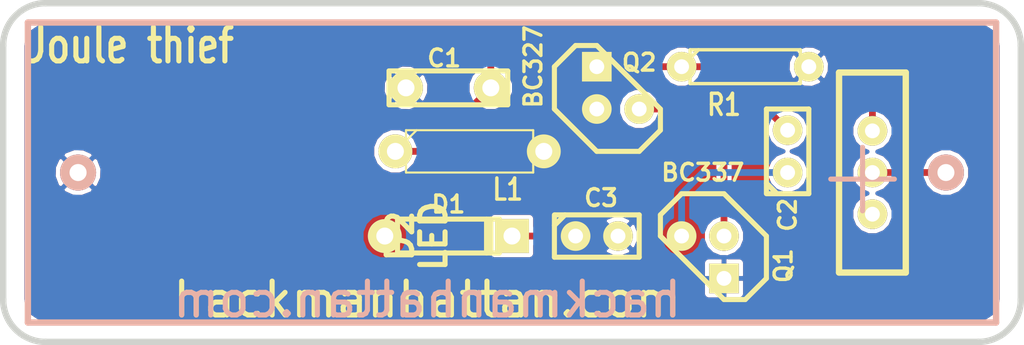
<source format=kicad_pcb>
(kicad_pcb (version 3) (host pcbnew "(2013-feb-21)-testing")

  (general
    (links 17)
    (no_connects 1)
    (area 22.669499 14.0716 100.122002 55.247822)
    (thickness 1.6002)
    (drawings 11)
    (tracks 29)
    (zones 0)
    (modules 11)
    (nets 8)
  )

  (page A4)
  (layers
    (15 Front signal)
    (0 Back signal)
    (16 B.Adhes user)
    (17 F.Adhes user)
    (18 B.Paste user)
    (19 F.Paste user)
    (20 B.SilkS user)
    (21 F.SilkS user)
    (22 B.Mask user)
    (23 F.Mask user)
    (24 Dwgs.User user)
    (25 Cmts.User user)
    (26 Eco1.User user)
    (27 Eco2.User user)
    (28 Edge.Cuts user)
  )

  (setup
    (last_trace_width 0.2032)
    (user_trace_width 0.4064)
    (trace_clearance 0.254)
    (zone_clearance 0.254)
    (zone_45_only no)
    (trace_min 0.2032)
    (segment_width 0.381)
    (edge_width 0.381)
    (via_size 0.889)
    (via_drill 0.635)
    (via_min_size 0.889)
    (via_min_drill 0.508)
    (uvia_size 0.508)
    (uvia_drill 0.127)
    (uvias_allowed no)
    (uvia_min_size 0.508)
    (uvia_min_drill 0.127)
    (pcb_text_width 0.3048)
    (pcb_text_size 1.524 2.032)
    (mod_edge_width 0.381)
    (mod_text_size 1.524 1.524)
    (mod_text_width 0.3048)
    (pad_size 2.032 2.032)
    (pad_drill 1.016)
    (pad_to_mask_clearance 0.254)
    (aux_axis_origin 0 0)
    (visible_elements FFFFFFBF)
    (pcbplotparams
      (layerselection 284196865)
      (usegerberextensions true)
      (excludeedgelayer true)
      (linewidth 60)
      (plotframeref false)
      (viasonmask true)
      (mode 1)
      (useauxorigin false)
      (hpglpennumber 1)
      (hpglpenspeed 20)
      (hpglpendiameter 15)
      (hpglpenoverlay 0)
      (psnegative false)
      (psa4output false)
      (plotreference true)
      (plotvalue true)
      (plotothertext true)
      (plotinvisibletext false)
      (padsonsilk false)
      (subtractmaskfromsilk false)
      (outputformat 1)
      (mirror false)
      (drillshape 0)
      (scaleselection 1)
      (outputdirectory largerpads2))
  )

  (net 0 "")
  (net 1 GND)
  (net 2 N-000002)
  (net 3 N-000004)
  (net 4 N-000005)
  (net 5 N-000006)
  (net 6 N-000007)
  (net 7 N-000008)

  (net_class Default "This is the default net class."
    (clearance 0.254)
    (trace_width 0.2032)
    (via_dia 0.889)
    (via_drill 0.635)
    (uvia_dia 0.508)
    (uvia_drill 0.127)
    (add_net "")
    (add_net GND)
    (add_net N-000002)
    (add_net N-000004)
    (add_net N-000005)
    (add_net N-000006)
    (add_net N-000007)
    (add_net N-000008)
  )

  (module TO92 (layer Front) (tedit 510953F7) (tstamp 504E2996)
    (at 64.77 41.91 270)
    (descr "Transistor TO92 brochage type BC237")
    (tags "TR TO92")
    (path /504FF35D)
    (fp_text reference Q1 (at 0.508 -4.826 270) (layer F.SilkS)
      (effects (font (size 1.016 1.016) (thickness 0.2032)))
    )
    (fp_text value BC337 (at -5.08 0 360) (layer F.SilkS)
      (effects (font (size 1.016 1.016) (thickness 0.2032)))
    )
    (fp_line (start -1.27 2.54) (end 2.54 -1.27) (layer F.SilkS) (width 0.3048))
    (fp_line (start 2.54 -1.27) (end 2.54 -2.54) (layer F.SilkS) (width 0.3048))
    (fp_line (start 2.54 -2.54) (end 1.27 -3.81) (layer F.SilkS) (width 0.3048))
    (fp_line (start 1.27 -3.81) (end -1.27 -3.81) (layer F.SilkS) (width 0.3048))
    (fp_line (start -1.27 -3.81) (end -3.81 -1.27) (layer F.SilkS) (width 0.3048))
    (fp_line (start -3.81 -1.27) (end -3.81 1.27) (layer F.SilkS) (width 0.3048))
    (fp_line (start -3.81 1.27) (end -2.54 2.54) (layer F.SilkS) (width 0.3048))
    (fp_line (start -2.54 2.54) (end -1.27 2.54) (layer F.SilkS) (width 0.3048))
    (pad 1 thru_hole rect (at 1.27 -1.27 270) (size 1.778 1.778) (drill 0.889)
      (layers *.Cu *.Mask F.SilkS)
      (net 1 GND)
    )
    (pad 2 thru_hole circle (at -1.27 -1.27 270) (size 1.778 1.778) (drill 0.889)
      (layers *.Cu *.Mask F.SilkS)
      (net 4 N-000005)
    )
    (pad 3 thru_hole circle (at -1.27 1.27 270) (size 1.778 1.778) (drill 0.889)
      (layers *.Cu *.Mask F.SilkS)
      (net 3 N-000004)
    )
    (model discret/to98.wrl
      (at (xyz 0 0 0))
      (scale (xyz 1 1 1))
      (rotate (xyz 0 0 0))
    )
  )

  (module TO92 (layer Front) (tedit 510953CD) (tstamp 504E2998)
    (at 59.69 31.75 90)
    (descr "Transistor TO92 brochage type BC237")
    (tags "TR TO92")
    (path /50500FCD)
    (fp_text reference Q2 (at 1.524 1.27 180) (layer F.SilkS)
      (effects (font (size 1.016 1.016) (thickness 0.2032)))
    )
    (fp_text value BC327 (at 1.27 -5.08 90) (layer F.SilkS)
      (effects (font (size 1.016 1.016) (thickness 0.2032)))
    )
    (fp_line (start -1.27 2.54) (end 2.54 -1.27) (layer F.SilkS) (width 0.3048))
    (fp_line (start 2.54 -1.27) (end 2.54 -2.54) (layer F.SilkS) (width 0.3048))
    (fp_line (start 2.54 -2.54) (end 1.27 -3.81) (layer F.SilkS) (width 0.3048))
    (fp_line (start 1.27 -3.81) (end -1.27 -3.81) (layer F.SilkS) (width 0.3048))
    (fp_line (start -1.27 -3.81) (end -3.81 -1.27) (layer F.SilkS) (width 0.3048))
    (fp_line (start -3.81 -1.27) (end -3.81 1.27) (layer F.SilkS) (width 0.3048))
    (fp_line (start -3.81 1.27) (end -2.54 2.54) (layer F.SilkS) (width 0.3048))
    (fp_line (start -2.54 2.54) (end -1.27 2.54) (layer F.SilkS) (width 0.3048))
    (pad 1 thru_hole rect (at 1.27 -1.27 90) (size 1.778 1.778) (drill 0.889)
      (layers *.Cu *.Mask F.SilkS)
      (net 6 N-000007)
    )
    (pad 2 thru_hole circle (at -1.27 -1.27 90) (size 1.778 1.778) (drill 0.889)
      (layers *.Cu *.Mask F.SilkS)
      (net 7 N-000008)
    )
    (pad 3 thru_hole circle (at -1.27 1.27 90) (size 1.778 1.778) (drill 0.889)
      (layers *.Cu *.Mask F.SilkS)
      (net 4 N-000005)
    )
    (model discret/to98.wrl
      (at (xyz 0 0 0))
      (scale (xyz 1 1 1))
      (rotate (xyz 0 0 0))
    )
  )

  (module D3 (layer Front) (tedit 510953A1) (tstamp 504E29A3)
    (at 49.53 40.64)
    (descr "Diode 3 pas")
    (tags "DIODE DEV")
    (path /50500FFF)
    (fp_text reference D1 (at 0 -1.905) (layer F.SilkS)
      (effects (font (size 1.016 1.016) (thickness 0.2032)))
    )
    (fp_text value 1N4148 (at 3.81 8.89) (layer F.SilkS) hide
      (effects (font (size 1.016 1.016) (thickness 0.2032)))
    )
    (fp_line (start 3.81 0) (end 3.048 0) (layer F.SilkS) (width 0.3048))
    (fp_line (start 3.048 0) (end 3.048 -1.016) (layer F.SilkS) (width 0.3048))
    (fp_line (start 3.048 -1.016) (end -3.048 -1.016) (layer F.SilkS) (width 0.3048))
    (fp_line (start -3.048 -1.016) (end -3.048 0) (layer F.SilkS) (width 0.3048))
    (fp_line (start -3.048 0) (end -3.81 0) (layer F.SilkS) (width 0.3048))
    (fp_line (start -3.048 0) (end -3.048 1.016) (layer F.SilkS) (width 0.3048))
    (fp_line (start -3.048 1.016) (end 3.048 1.016) (layer F.SilkS) (width 0.3048))
    (fp_line (start 3.048 1.016) (end 3.048 0) (layer F.SilkS) (width 0.3048))
    (fp_line (start 2.54 -1.016) (end 2.54 1.016) (layer F.SilkS) (width 0.3048))
    (fp_line (start 2.286 1.016) (end 2.286 -1.016) (layer F.SilkS) (width 0.3048))
    (pad 2 thru_hole rect (at 3.81 0) (size 2.032 2.032) (drill 1.016)
      (layers *.Cu *.Mask F.SilkS)
      (net 6 N-000007)
    )
    (pad 1 thru_hole circle (at -3.81 0) (size 2.032 2.032) (drill 1.016)
      (layers *.Cu *.Mask F.SilkS)
      (net 3 N-000004)
    )
    (model discret/diode.wrl
      (at (xyz 0 0 0))
      (scale (xyz 0.3 0.3 0.3))
      (rotate (xyz 0 0 0))
    )
  )

  (module C1 (layer Front) (tedit 510953E2) (tstamp 504E29A6)
    (at 69.85 35.56 90)
    (descr "Condensateur e = 1 pas")
    (tags C)
    (path /505001B0)
    (fp_text reference C2 (at -3.81 0 90) (layer F.SilkS)
      (effects (font (size 1.016 1.016) (thickness 0.2032)))
    )
    (fp_text value 150pF (at -16.51 1.27 90) (layer F.SilkS) hide
      (effects (font (size 1.016 1.016) (thickness 0.2032)))
    )
    (fp_line (start -2.4892 -1.27) (end 2.54 -1.27) (layer F.SilkS) (width 0.3048))
    (fp_line (start 2.54 -1.27) (end 2.54 1.27) (layer F.SilkS) (width 0.3048))
    (fp_line (start 2.54 1.27) (end -2.54 1.27) (layer F.SilkS) (width 0.3048))
    (fp_line (start -2.54 1.27) (end -2.54 -1.27) (layer F.SilkS) (width 0.3048))
    (fp_line (start -2.54 -0.635) (end -1.905 -1.27) (layer F.SilkS) (width 0.3048))
    (pad 1 thru_hole circle (at -1.27 0 90) (size 1.778 1.778) (drill 0.889)
      (layers *.Cu *.Mask F.SilkS)
      (net 3 N-000004)
    )
    (pad 2 thru_hole circle (at 1.27 0 90) (size 1.778 1.778) (drill 0.889)
      (layers *.Cu *.Mask F.SilkS)
      (net 7 N-000008)
    )
    (model discret/capa_1_pas.wrl
      (at (xyz 0 0 0))
      (scale (xyz 1 1 1))
      (rotate (xyz 0 0 0))
    )
  )

  (module C1 (layer Front) (tedit 510953B7) (tstamp 504E37C0)
    (at 58.42 40.64)
    (descr "Condensateur e = 1 pas")
    (tags C)
    (path /50501E1C)
    (fp_text reference C3 (at 0.254 -2.286) (layer F.SilkS)
      (effects (font (size 1.016 1.016) (thickness 0.2032)))
    )
    (fp_text value 100nF (at 36.83 2.54) (layer F.SilkS) hide
      (effects (font (size 1.016 1.016) (thickness 0.2032)))
    )
    (fp_line (start -2.4892 -1.27) (end 2.54 -1.27) (layer F.SilkS) (width 0.3048))
    (fp_line (start 2.54 -1.27) (end 2.54 1.27) (layer F.SilkS) (width 0.3048))
    (fp_line (start 2.54 1.27) (end -2.54 1.27) (layer F.SilkS) (width 0.3048))
    (fp_line (start -2.54 1.27) (end -2.54 -1.27) (layer F.SilkS) (width 0.3048))
    (fp_line (start -2.54 -0.635) (end -1.905 -1.27) (layer F.SilkS) (width 0.3048))
    (pad 1 thru_hole circle (at -1.27 0) (size 1.778 1.778) (drill 0.889)
      (layers *.Cu *.Mask F.SilkS)
      (net 6 N-000007)
    )
    (pad 2 thru_hole circle (at 1.27 0) (size 1.778 1.778) (drill 0.889)
      (layers *.Cu *.Mask F.SilkS)
      (net 1 GND)
    )
    (model discret/capa_1_pas.wrl
      (at (xyz 0 0 0))
      (scale (xyz 1 1 1))
      (rotate (xyz 0 0 0))
    )
  )

  (module SWITCH-SPDT-EG1218 (layer Front) (tedit 51095408) (tstamp 504FAB7E)
    (at 74.93 36.83 90)
    (path /504E62B1)
    (fp_text reference SW1 (at -13.97 16.51 90) (layer F.SilkS) hide
      (effects (font (size 1.524 1.524) (thickness 0.3048)))
    )
    (fp_text value SWITCH_INV (at -15.24 6.35 180) (layer F.SilkS) hide
      (effects (font (size 1.524 1.524) (thickness 0.3048)))
    )
    (fp_line (start 5.99948 1.99898) (end 5.99948 -1.99898) (layer F.SilkS) (width 0.381))
    (fp_line (start 5.99948 -1.99898) (end -5.99948 -1.99898) (layer F.SilkS) (width 0.381))
    (fp_line (start -5.99948 -1.99898) (end -5.99948 1.99898) (layer F.SilkS) (width 0.381))
    (fp_line (start -5.99948 1.99898) (end 5.99948 1.99898) (layer F.SilkS) (width 0.381))
    (pad 1 thru_hole circle (at -2.49936 0 90) (size 1.778 1.778) (drill 0.889)
      (layers *.Cu *.Mask F.SilkS)
    )
    (pad 2 thru_hole circle (at 0 0 90) (size 1.778 1.778) (drill 0.889)
      (layers *.Cu *.Mask F.SilkS)
      (net 2 N-000002)
    )
    (pad 3 thru_hole circle (at 2.49936 0 90) (size 1.778 1.778) (drill 0.889)
      (layers *.Cu *.Mask F.SilkS)
      (net 5 N-000006)
    )
  )

  (module R3 (layer Front) (tedit 510953D7) (tstamp 504E2999)
    (at 67.31 30.48)
    (descr "Resitance 3 pas")
    (tags R)
    (path /50500FD7)
    (autoplace_cost180 10)
    (fp_text reference R1 (at -1.27 2.286) (layer F.SilkS)
      (effects (font (size 1.27 1.016) (thickness 0.2032)))
    )
    (fp_text value 100K (at 29.63418 -4.49072) (layer F.SilkS) hide
      (effects (font (size 1.397 1.27) (thickness 0.2032)))
    )
    (fp_line (start -3.81 0) (end -3.302 0) (layer F.SilkS) (width 0.2032))
    (fp_line (start 3.81 0) (end 3.302 0) (layer F.SilkS) (width 0.2032))
    (fp_line (start 3.302 0) (end 3.302 -1.016) (layer F.SilkS) (width 0.2032))
    (fp_line (start 3.302 -1.016) (end -3.302 -1.016) (layer F.SilkS) (width 0.2032))
    (fp_line (start -3.302 -1.016) (end -3.302 1.016) (layer F.SilkS) (width 0.2032))
    (fp_line (start -3.302 1.016) (end 3.302 1.016) (layer F.SilkS) (width 0.2032))
    (fp_line (start 3.302 1.016) (end 3.302 0) (layer F.SilkS) (width 0.2032))
    (fp_line (start -3.302 -0.508) (end -2.794 -1.016) (layer F.SilkS) (width 0.2032))
    (pad 1 thru_hole circle (at -3.81 0) (size 1.778 1.778) (drill 0.889)
      (layers *.Cu *.Mask F.SilkS)
      (net 7 N-000008)
    )
    (pad 2 thru_hole circle (at 3.81 0) (size 1.778 1.778) (drill 0.889)
      (layers *.Cu *.Mask F.SilkS)
      (net 1 GND)
    )
    (model discret/resistor.wrl
      (at (xyz 0 0 0))
      (scale (xyz 0.3 0.3 0.3))
      (rotate (xyz 0 0 0))
    )
  )

  (module C2 (layer Front) (tedit 51095384) (tstamp 504E29A4)
    (at 49.53 31.75 180)
    (descr "Condensateur = 2 pas")
    (tags C)
    (path /504FE4F1)
    (fp_text reference C1 (at 0.254 1.778 180) (layer F.SilkS)
      (effects (font (size 1.016 1.016) (thickness 0.2032)))
    )
    (fp_text value 10uF (at -15.24 8.89 180) (layer F.SilkS) hide
      (effects (font (size 1.016 1.016) (thickness 0.2032)))
    )
    (fp_line (start -3.556 -1.016) (end 3.556 -1.016) (layer F.SilkS) (width 0.3048))
    (fp_line (start 3.556 -1.016) (end 3.556 1.016) (layer F.SilkS) (width 0.3048))
    (fp_line (start 3.556 1.016) (end -3.556 1.016) (layer F.SilkS) (width 0.3048))
    (fp_line (start -3.556 1.016) (end -3.556 -1.016) (layer F.SilkS) (width 0.3048))
    (fp_line (start -3.556 -0.508) (end -3.048 -1.016) (layer F.SilkS) (width 0.3048))
    (pad 1 thru_hole circle (at -2.54 0 180) (size 2.032 2.032) (drill 1.016)
      (layers *.Cu *.Mask F.SilkS)
      (net 5 N-000006)
    )
    (pad 2 thru_hole circle (at 2.54 0 180) (size 2.032 2.032) (drill 1.016)
      (layers *.Cu *.Mask F.SilkS)
      (net 1 GND)
    )
    (model discret/capa_2pas_5x5mm.wrl
      (at (xyz 0 0 0))
      (scale (xyz 1 1 1))
      (rotate (xyz 0 0 0))
    )
  )

  (module BATTERY-AA (layer Back) (tedit 51095410) (tstamp 504DFB82)
    (at 53.34 36.83)
    (path /504FE4E8)
    (fp_text reference BT1 (at -8.89 -17.78) (layer B.SilkS) hide
      (effects (font (size 1.524 1.524) (thickness 0.3048)) (justify mirror))
    )
    (fp_text value BATTERY (at -6.35 -21.59) (layer B.SilkS) hide
      (effects (font (size 1.524 1.524) (thickness 0.3048)) (justify mirror))
    )
    (fp_text user + (at 21.00072 0) (layer B.SilkS)
      (effects (font (size 5.00126 5.00126) (thickness 0.3048)) (justify mirror))
    )
    (fp_line (start 28.99918 -8.99922) (end 28.99918 8.99922) (layer B.SilkS) (width 0.381))
    (fp_line (start 28.99918 8.99922) (end -28.99918 8.99922) (layer B.SilkS) (width 0.381))
    (fp_line (start -28.99918 8.99922) (end -28.99918 -8.99922) (layer B.SilkS) (width 0.381))
    (fp_line (start -28.99918 -8.99922) (end 28.99918 -8.99922) (layer B.SilkS) (width 0.381))
    (pad 2 thru_hole circle (at -25.99436 0) (size 2.159 2.159) (drill 1.02108)
      (layers *.Cu *.Mask B.SilkS)
      (net 1 GND)
    )
    (pad 1 thru_hole circle (at 25.99436 0) (size 2.159 2.159) (drill 1.016)
      (layers *.Cu *.Mask B.SilkS)
      (net 2 N-000002)
    )
  )

  (module R3-5 (layer Front) (tedit 51095394) (tstamp 504E29A2)
    (at 50.8 35.56)
    (path /504FE4FA)
    (fp_text reference L1 (at 2.286 2.286) (layer F.SilkS)
      (effects (font (size 1.27 1.016) (thickness 0.2032)))
    )
    (fp_text value 22uH (at 7.62 -11.43) (layer F.SilkS) hide
      (effects (font (size 1.27 1.016) (thickness 0.1524)))
    )
    (fp_line (start -3.81 -0.635) (end -3.81 1.27) (layer F.SilkS) (width 0.127))
    (fp_line (start -3.81 1.27) (end 3.81 1.27) (layer F.SilkS) (width 0.127))
    (fp_line (start 3.81 1.27) (end 3.81 -1.27) (layer F.SilkS) (width 0.127))
    (fp_line (start 3.81 -1.27) (end -3.81 -1.27) (layer F.SilkS) (width 0.127))
    (fp_line (start -3.81 -1.27) (end -3.81 -0.635) (layer F.SilkS) (width 0.127))
    (fp_line (start -4.445 0) (end -3.81 0) (layer F.SilkS) (width 0.127))
    (fp_line (start 3.81 0) (end 4.445 0) (layer F.SilkS) (width 0.127))
    (fp_line (start -3.81 -0.635) (end -3.175 -1.27) (layer F.SilkS) (width 0.127))
    (pad 1 thru_hole circle (at -4.445 0) (size 2.032 2.032) (drill 1.016)
      (layers *.Cu *.Mask F.SilkS)
      (net 5 N-000006)
    )
    (pad 2 thru_hole circle (at 4.445 0) (size 2.032 2.032) (drill 1.016)
      (layers *.Cu *.Mask F.SilkS)
      (net 3 N-000004)
    )
    (model discret/resistor.wrl
      (at (xyz 0 0 0))
      (scale (xyz 0.35 0.35 0.3))
      (rotate (xyz 0 0 0))
    )
  )

  (module CREE-XPC-LED (layer Front) (tedit 512C04AB) (tstamp 504E299B)
    (at 40.64 40.64 90)
    (path /512F799E)
    (fp_text reference D2 (at 0 5.99948 90) (layer F.SilkS)
      (effects (font (size 1.524 1.524) (thickness 0.3048)))
    )
    (fp_text value LED (at 0 8.001 90) (layer F.SilkS)
      (effects (font (size 1.524 1.524) (thickness 0.3048)))
    )
    (pad 3 smd rect (at 0 0 90) (size 1.30048 3.29946)
      (layers Front F.Mask)
    )
    (pad 1 smd rect (at -1.39954 0 90) (size 0.50038 3.29946)
      (layers Front F.Paste F.Mask)
      (net 3 N-000004)
    )
    (pad 2 smd rect (at 1.39954 0 90) (size 0.50038 3.29946)
      (layers Front F.Paste F.Mask)
      (net 1 GND)
    )
    (pad 3 smd rect (at 0 -1 90) (size 0.6 0.6)
      (layers F.Paste)
    )
    (pad 3 smd rect (at 0 1 90) (size 0.6 0.6)
      (layers F.Paste)
    )
    (pad 3 smd rect (at 0 0 90) (size 0.4 0.4)
      (layers F.Paste)
    )
  )

  (gr_text hackmanhattan.com (at 48.26 44.45) (layer B.SilkS)
    (effects (font (size 2.032 2.032) (thickness 0.3048)) (justify mirror))
  )
  (gr_line (start 25.4 46.99) (end 81.28 46.99) (angle 90) (layer Edge.Cuts) (width 0.381))
  (gr_line (start 22.86 29.21) (end 22.86 44.45) (angle 90) (layer Edge.Cuts) (width 0.381))
  (gr_line (start 25.4 26.67) (end 81.28 26.67) (angle 90) (layer Edge.Cuts) (width 0.381))
  (gr_arc (start 25.4 29.21) (end 22.86 29.21) (angle 90) (layer Edge.Cuts) (width 0.381))
  (gr_arc (start 25.4 44.45) (end 25.4 46.99) (angle 90) (layer Edge.Cuts) (width 0.381))
  (gr_line (start 83.82 29.21) (end 83.82 44.45) (angle 90) (layer Edge.Cuts) (width 0.381))
  (gr_arc (start 81.28 29.21) (end 81.28 26.67) (angle 90) (layer Edge.Cuts) (width 0.381))
  (gr_arc (start 81.28 44.45) (end 83.82 44.45) (angle 90) (layer Edge.Cuts) (width 0.381))
  (gr_text "Joule thief" (at 30.48 29.21) (layer F.SilkS)
    (effects (font (size 2.032 1.524) (thickness 0.3048)))
  )
  (gr_text hackmanhattan.com (at 48.26 44.45) (layer F.SilkS)
    (effects (font (size 2.032 2.032) (thickness 0.3048)))
  )

  (segment (start 74.93 36.83) (end 79.33436 36.83) (width 0.4064) (layer Front) (net 2))
  (segment (start 63.5 40.64) (end 63.5 38.1) (width 0.4064) (layer Back) (net 3))
  (segment (start 50.8 35.56) (end 55.245 35.56) (width 0.4064) (layer Front) (net 3))
  (segment (start 45.72 40.64) (end 50.8 35.56) (width 0.4064) (layer Front) (net 3))
  (segment (start 64.77 36.83) (end 69.85 36.83) (width 0.4064) (layer Back) (net 3))
  (segment (start 58.42 35.56) (end 63.5 40.64) (width 0.4064) (layer Front) (net 3))
  (segment (start 55.245 35.56) (end 58.42 35.56) (width 0.4064) (layer Front) (net 3))
  (segment (start 63.5 38.1) (end 64.77 36.83) (width 0.4064) (layer Back) (net 3))
  (segment (start 60.96 33.02) (end 63.5 33.02) (width 0.4064) (layer Front) (net 4))
  (segment (start 66.04 34.29) (end 66.04 40.64) (width 0.4064) (layer Front) (net 4))
  (segment (start 64.77 33.02) (end 66.04 34.29) (width 0.4064) (layer Front) (net 4))
  (segment (start 63.5 33.02) (end 64.77 33.02) (width 0.4064) (layer Front) (net 4))
  (segment (start 52.07 31.75) (end 52.07 29.21) (width 0.4064) (layer Front) (net 5))
  (segment (start 74.93 29.21) (end 74.93 34.33064) (width 0.4064) (layer Front) (net 5))
  (segment (start 73.66 27.94) (end 74.93 29.21) (width 0.4064) (layer Front) (net 5))
  (segment (start 53.34 27.94) (end 73.66 27.94) (width 0.4064) (layer Front) (net 5))
  (segment (start 52.07 29.21) (end 53.34 27.94) (width 0.4064) (layer Front) (net 5))
  (segment (start 46.355 35.56) (end 48.26 35.56) (width 0.4064) (layer Front) (net 5))
  (segment (start 48.26 35.56) (end 52.07 31.75) (width 0.4064) (layer Front) (net 5))
  (segment (start 57.15 40.64) (end 57.15 34.29) (width 0.4064) (layer Back) (net 6))
  (segment (start 57.15 30.48) (end 58.42 30.48) (width 0.4064) (layer Back) (net 6))
  (segment (start 55.88 31.75) (end 57.15 30.48) (width 0.4064) (layer Back) (net 6))
  (segment (start 55.88 33.02) (end 55.88 31.75) (width 0.4064) (layer Back) (net 6))
  (segment (start 57.15 34.29) (end 55.88 33.02) (width 0.4064) (layer Back) (net 6))
  (segment (start 53.34 40.64) (end 57.15 40.64) (width 0.4064) (layer Front) (net 6))
  (segment (start 63.5 30.48) (end 66.04 30.48) (width 0.4064) (layer Front) (net 7))
  (segment (start 66.04 30.48) (end 69.85 34.29) (width 0.4064) (layer Front) (net 7))
  (segment (start 58.42 33.02) (end 60.96 30.48) (width 0.4064) (layer Front) (net 7))
  (segment (start 60.96 30.48) (end 63.5 30.48) (width 0.4064) (layer Front) (net 7))

  (zone (net 1) (net_name GND) (layer Front) (tstamp 504EAF0A) (hatch edge 0.508)
    (connect_pads (clearance 0.254))
    (min_thickness 0.254)
    (fill (arc_segments 16) (thermal_gap 0.254) (thermal_bridge_width 0.2794) (smoothing fillet) (radius 1.27))
    (polygon
      (pts
        (xy 82.55 45.72) (xy 82.55 27.94) (xy 24.13 27.94) (xy 24.13 45.72)
      )
    )
    (filled_polygon
      (pts
        (xy 82.423 44.437492) (xy 82.333696 44.886455) (xy 82.086464 45.256464) (xy 81.716455 45.503696) (xy 81.267492 45.593)
        (xy 72.396888 45.593) (xy 72.396888 30.264902) (xy 72.217377 29.792631) (xy 72.174994 29.7292) (xy 71.977199 29.640762)
        (xy 71.959238 29.658723) (xy 71.959238 29.622801) (xy 71.8708 29.425006) (xy 71.409919 29.217994) (xy 70.904902 29.203112)
        (xy 70.432631 29.382623) (xy 70.3692 29.425006) (xy 70.280762 29.622801) (xy 71.12 30.462039) (xy 71.959238 29.622801)
        (xy 71.959238 29.658723) (xy 71.137961 30.48) (xy 71.977199 31.319238) (xy 72.174994 31.2308) (xy 72.382006 30.769919)
        (xy 72.396888 30.264902) (xy 72.396888 45.593) (xy 71.959238 45.593) (xy 71.959238 31.337199) (xy 71.12 30.497961)
        (xy 71.102039 30.515922) (xy 71.102039 30.48) (xy 70.262801 29.640762) (xy 70.065006 29.7292) (xy 69.857994 30.190081)
        (xy 69.843112 30.695098) (xy 70.022623 31.167369) (xy 70.065006 31.2308) (xy 70.262801 31.319238) (xy 71.102039 30.48)
        (xy 71.102039 30.515922) (xy 70.280762 31.337199) (xy 70.3692 31.534994) (xy 70.830081 31.742006) (xy 71.335098 31.756888)
        (xy 71.807369 31.577377) (xy 71.8708 31.534994) (xy 71.959238 31.337199) (xy 71.959238 45.593) (xy 71.120219 45.593)
        (xy 71.120219 36.57849) (xy 71.120219 34.03849) (xy 70.927281 33.571543) (xy 70.570336 33.213975) (xy 70.103727 33.020222)
        (xy 69.59849 33.019781) (xy 69.462255 33.076071) (xy 66.453092 30.066908) (xy 66.263564 29.94027) (xy 66.04 29.8958)
        (xy 64.632754 29.8958) (xy 64.577281 29.761543) (xy 64.220336 29.403975) (xy 63.753727 29.210222) (xy 63.24849 29.209781)
        (xy 62.781543 29.402719) (xy 62.423975 29.759664) (xy 62.367446 29.8958) (xy 60.96 29.8958) (xy 60.736436 29.94027)
        (xy 60.546908 30.066908) (xy 60.546905 30.066911) (xy 59.690066 30.92375) (xy 59.690066 29.515547) (xy 59.632184 29.375463)
        (xy 59.525101 29.268192) (xy 59.385118 29.210066) (xy 59.233547 29.209934) (xy 57.455547 29.209934) (xy 57.315463 29.267816)
        (xy 57.208192 29.374899) (xy 57.150066 29.514882) (xy 57.149934 29.666453) (xy 57.149934 31.444453) (xy 57.207816 31.584537)
        (xy 57.314899 31.691808) (xy 57.454882 31.749934) (xy 57.606453 31.750066) (xy 58.1678 31.750066) (xy 57.701543 31.942719)
        (xy 57.343975 32.299664) (xy 57.150222 32.766273) (xy 57.149781 33.27151) (xy 57.342719 33.738457) (xy 57.699664 34.096025)
        (xy 58.166273 34.289778) (xy 58.67151 34.290219) (xy 59.138457 34.097281) (xy 59.496025 33.740336) (xy 59.689778 33.273727)
        (xy 59.690219 32.76849) (xy 59.633928 32.632255) (xy 59.82536 32.440822) (xy 59.690222 32.766273) (xy 59.689781 33.27151)
        (xy 59.882719 33.738457) (xy 60.239664 34.096025) (xy 60.706273 34.289778) (xy 61.21151 34.290219) (xy 61.678457 34.097281)
        (xy 62.036025 33.740336) (xy 62.092553 33.6042) (xy 63.5 33.6042) (xy 64.528016 33.6042) (xy 65.4558 34.531984)
        (xy 65.4558 39.507245) (xy 65.321543 39.562719) (xy 64.963975 39.919664) (xy 64.770222 40.386273) (xy 64.770219 40.389709)
        (xy 64.770219 40.38849) (xy 64.577281 39.921543) (xy 64.220336 39.563975) (xy 63.753727 39.370222) (xy 63.24849 39.369781)
        (xy 63.112255 39.426071) (xy 58.833092 35.146908) (xy 58.643564 35.02027) (xy 58.42 34.9758) (xy 56.515168 34.9758)
        (xy 56.430009 34.769697) (xy 56.03737 34.376372) (xy 55.524099 34.163244) (xy 54.968339 34.162759) (xy 54.454697 34.374991)
        (xy 54.061372 34.76763) (xy 53.974932 34.9758) (xy 50.8 34.9758) (xy 50.799999 34.9758) (xy 50.576436 35.02027)
        (xy 50.386908 35.146908) (xy 50.386905 35.146911) (xy 46.205052 39.328763) (xy 45.999099 39.243244) (xy 45.443339 39.242759)
        (xy 44.929697 39.454991) (xy 44.536372 39.84763) (xy 44.323244 40.360901) (xy 44.322759 40.916661) (xy 44.534991 41.430303)
        (xy 44.92763 41.823628) (xy 45.440901 42.036756) (xy 45.996661 42.037241) (xy 46.510303 41.825009) (xy 46.903628 41.43237)
        (xy 47.116756 40.919099) (xy 47.117241 40.363339) (xy 47.031165 40.155018) (xy 51.041983 36.1442) (xy 53.974831 36.1442)
        (xy 54.059991 36.350303) (xy 54.45263 36.743628) (xy 54.965901 36.956756) (xy 55.521661 36.957241) (xy 56.035303 36.745009)
        (xy 56.428628 36.35237) (xy 56.515067 36.1442) (xy 58.178016 36.1442) (xy 62.28593 40.252113) (xy 62.230222 40.386273)
        (xy 62.229781 40.89151) (xy 62.422719 41.358457) (xy 62.779664 41.716025) (xy 63.246273 41.909778) (xy 63.75151 41.910219)
        (xy 64.218457 41.717281) (xy 64.576025 41.360336) (xy 64.769778 40.893727) (xy 64.770219 40.38849) (xy 64.770219 40.389709)
        (xy 64.769781 40.89151) (xy 64.962719 41.358457) (xy 65.319664 41.716025) (xy 65.786273 41.909778) (xy 66.147856 41.910093)
        (xy 66.0527 42.00525) (xy 66.0527 43.1673) (xy 67.21475 43.1673) (xy 67.31 43.07205) (xy 67.310066 42.215547)
        (xy 67.252184 42.075463) (xy 67.145101 41.968192) (xy 67.005118 41.910066) (xy 66.853547 41.909934) (xy 66.292072 41.909986)
        (xy 66.758457 41.717281) (xy 67.116025 41.360336) (xy 67.309778 40.893727) (xy 67.310219 40.38849) (xy 67.117281 39.921543)
        (xy 66.760336 39.563975) (xy 66.6242 39.507446) (xy 66.6242 34.29) (xy 66.57973 34.066437) (xy 66.57973 34.066436)
        (xy 66.453092 33.876908) (xy 65.183092 32.606908) (xy 64.993564 32.48027) (xy 64.77 32.4358) (xy 63.5 32.4358)
        (xy 62.092754 32.4358) (xy 62.037281 32.301543) (xy 61.680336 31.943975) (xy 61.213727 31.750222) (xy 60.70849 31.749781)
        (xy 60.381147 31.885035) (xy 61.201983 31.0642) (xy 62.367245 31.0642) (xy 62.422719 31.198457) (xy 62.779664 31.556025)
        (xy 63.246273 31.749778) (xy 63.75151 31.750219) (xy 64.218457 31.557281) (xy 64.576025 31.200336) (xy 64.632553 31.0642)
        (xy 65.798016 31.0642) (xy 68.63593 33.902113) (xy 68.580222 34.036273) (xy 68.579781 34.54151) (xy 68.772719 35.008457)
        (xy 69.129664 35.366025) (xy 69.596273 35.559778) (xy 70.10151 35.560219) (xy 70.568457 35.367281) (xy 70.926025 35.010336)
        (xy 71.119778 34.543727) (xy 71.120219 34.03849) (xy 71.120219 36.57849) (xy 70.927281 36.111543) (xy 70.570336 35.753975)
        (xy 70.103727 35.560222) (xy 69.59849 35.559781) (xy 69.131543 35.752719) (xy 68.773975 36.109664) (xy 68.580222 36.576273)
        (xy 68.579781 37.08151) (xy 68.772719 37.548457) (xy 69.129664 37.906025) (xy 69.596273 38.099778) (xy 70.10151 38.100219)
        (xy 70.568457 37.907281) (xy 70.926025 37.550336) (xy 71.119778 37.083727) (xy 71.120219 36.57849) (xy 71.120219 45.593)
        (xy 67.310066 45.593) (xy 67.310066 44.144453) (xy 67.31 43.28795) (xy 67.21475 43.1927) (xy 66.0527 43.1927)
        (xy 66.0527 44.35475) (xy 66.14795 44.45) (xy 66.853547 44.450066) (xy 67.005118 44.449934) (xy 67.145101 44.391808)
        (xy 67.252184 44.284537) (xy 67.310066 44.144453) (xy 67.310066 45.593) (xy 66.0273 45.593) (xy 66.0273 44.35475)
        (xy 66.0273 43.1927) (xy 66.0273 43.1673) (xy 66.0273 42.00525) (xy 65.93205 41.91) (xy 65.226453 41.909934)
        (xy 65.074882 41.910066) (xy 64.934899 41.968192) (xy 64.827816 42.075463) (xy 64.769934 42.215547) (xy 64.77 43.07205)
        (xy 64.86525 43.1673) (xy 66.0273 43.1673) (xy 66.0273 43.1927) (xy 64.86525 43.1927) (xy 64.77 43.28795)
        (xy 64.769934 44.144453) (xy 64.827816 44.284537) (xy 64.934899 44.391808) (xy 65.074882 44.449934) (xy 65.226453 44.450066)
        (xy 65.93205 44.45) (xy 66.0273 44.35475) (xy 66.0273 45.593) (xy 60.966888 45.593) (xy 60.966888 40.424902)
        (xy 60.787377 39.952631) (xy 60.744994 39.8892) (xy 60.547199 39.800762) (xy 60.529238 39.818723) (xy 60.529238 39.782801)
        (xy 60.4408 39.585006) (xy 59.979919 39.377994) (xy 59.474902 39.363112) (xy 59.002631 39.542623) (xy 58.9392 39.585006)
        (xy 58.850762 39.782801) (xy 59.69 40.622039) (xy 60.529238 39.782801) (xy 60.529238 39.818723) (xy 59.707961 40.64)
        (xy 60.547199 41.479238) (xy 60.744994 41.3908) (xy 60.952006 40.929919) (xy 60.966888 40.424902) (xy 60.966888 45.593)
        (xy 60.529238 45.593) (xy 60.529238 41.497199) (xy 59.69 40.657961) (xy 59.672039 40.675922) (xy 59.672039 40.64)
        (xy 58.832801 39.800762) (xy 58.635006 39.8892) (xy 58.427994 40.350081) (xy 58.420016 40.620804) (xy 58.420219 40.38849)
        (xy 58.227281 39.921543) (xy 57.870336 39.563975) (xy 57.403727 39.370222) (xy 56.89849 39.369781) (xy 56.431543 39.562719)
        (xy 56.073975 39.919664) (xy 56.017446 40.0558) (xy 54.737066 40.0558) (xy 54.737066 39.548547) (xy 54.679184 39.408463)
        (xy 54.572101 39.301192) (xy 54.432118 39.243066) (xy 54.280547 39.242934) (xy 52.248547 39.242934) (xy 52.108463 39.300816)
        (xy 52.001192 39.407899) (xy 51.943066 39.547882) (xy 51.942934 39.699453) (xy 51.942934 41.731453) (xy 52.000816 41.871537)
        (xy 52.107899 41.978808) (xy 52.247882 42.036934) (xy 52.399453 42.037066) (xy 54.431453 42.037066) (xy 54.571537 41.979184)
        (xy 54.678808 41.872101) (xy 54.736934 41.732118) (xy 54.737066 41.580547) (xy 54.737066 41.2242) (xy 56.017245 41.2242)
        (xy 56.072719 41.358457) (xy 56.429664 41.716025) (xy 56.896273 41.909778) (xy 57.40151 41.910219) (xy 57.868457 41.717281)
        (xy 58.226025 41.360336) (xy 58.419778 40.893727) (xy 58.419796 40.872683) (xy 58.592623 41.327369) (xy 58.635006 41.3908)
        (xy 58.832801 41.479238) (xy 59.672039 40.64) (xy 59.672039 40.675922) (xy 58.850762 41.497199) (xy 58.9392 41.694994)
        (xy 59.400081 41.902006) (xy 59.905098 41.916888) (xy 60.377369 41.737377) (xy 60.4408 41.694994) (xy 60.529238 41.497199)
        (xy 60.529238 45.593) (xy 42.670796 45.593) (xy 42.670796 42.214277) (xy 42.670796 41.713897) (xy 42.612914 41.573813)
        (xy 42.57899 41.539829) (xy 42.612538 41.506341) (xy 42.670664 41.366358) (xy 42.670796 41.214787) (xy 42.670796 39.914307)
        (xy 42.612914 39.774223) (xy 42.578955 39.740205) (xy 42.612914 39.706187) (xy 42.670796 39.566103) (xy 42.670796 38.914817)
        (xy 42.612914 38.774733) (xy 42.505831 38.667462) (xy 42.365848 38.609336) (xy 42.214277 38.609204) (xy 40.74795 38.60927)
        (xy 40.6527 38.70452) (xy 40.6527 39.22776) (xy 42.57548 39.22776) (xy 42.67073 39.13251) (xy 42.670796 38.914817)
        (xy 42.670796 39.566103) (xy 42.67073 39.34841) (xy 42.57548 39.25316) (xy 40.6527 39.25316) (xy 40.6527 39.27316)
        (xy 40.6273 39.27316) (xy 40.6273 39.25316) (xy 40.6273 39.22776) (xy 40.6273 38.70452) (xy 40.53205 38.60927)
        (xy 39.065723 38.609204) (xy 38.914152 38.609336) (xy 38.774169 38.667462) (xy 38.667086 38.774733) (xy 38.609204 38.914817)
        (xy 38.60927 39.13251) (xy 38.70452 39.22776) (xy 40.6273 39.22776) (xy 40.6273 39.25316) (xy 38.70452 39.25316)
        (xy 38.60927 39.34841) (xy 38.609204 39.566103) (xy 38.667086 39.706187) (xy 38.701009 39.74017) (xy 38.667462 39.773659)
        (xy 38.609336 39.913642) (xy 38.609204 40.065213) (xy 38.609204 41.365693) (xy 38.667086 41.505777) (xy 38.701009 41.53976)
        (xy 38.667462 41.573249) (xy 38.609336 41.713232) (xy 38.609204 41.864803) (xy 38.609204 42.365183) (xy 38.667086 42.505267)
        (xy 38.774169 42.612538) (xy 38.914152 42.670664) (xy 39.065723 42.670796) (xy 42.365183 42.670796) (xy 42.505267 42.612914)
        (xy 42.612538 42.505831) (xy 42.670664 42.365848) (xy 42.670796 42.214277) (xy 42.670796 45.593) (xy 28.814378 45.593)
        (xy 28.814378 36.584517) (xy 28.608635 36.041142) (xy 28.557777 35.965028) (xy 28.340189 35.853412) (xy 28.322228 35.871373)
        (xy 28.322228 35.835451) (xy 28.210612 35.617863) (xy 27.680905 35.379121) (xy 27.100157 35.361262) (xy 26.556782 35.567005)
        (xy 26.480668 35.617863) (xy 26.369052 35.835451) (xy 27.34564 36.812039) (xy 28.322228 35.835451) (xy 28.322228 35.871373)
        (xy 27.363601 36.83) (xy 28.340189 37.806588) (xy 28.557777 37.694972) (xy 28.796519 37.165265) (xy 28.814378 36.584517)
        (xy 28.814378 45.593) (xy 28.322228 45.593) (xy 28.322228 37.824549) (xy 27.34564 36.847961) (xy 27.327679 36.865922)
        (xy 27.327679 36.83) (xy 26.351091 35.853412) (xy 26.133503 35.965028) (xy 25.894761 36.494735) (xy 25.876902 37.075483)
        (xy 26.082645 37.618858) (xy 26.133503 37.694972) (xy 26.351091 37.806588) (xy 27.327679 36.83) (xy 27.327679 36.865922)
        (xy 26.369052 37.824549) (xy 26.480668 38.042137) (xy 27.010375 38.280879) (xy 27.591123 38.298738) (xy 28.134498 38.092995)
        (xy 28.210612 38.042137) (xy 28.322228 37.824549) (xy 28.322228 45.593) (xy 25.412508 45.593) (xy 24.963545 45.503696)
        (xy 24.593536 45.256464) (xy 24.346304 44.886455) (xy 24.257 44.437492) (xy 24.257 29.222508) (xy 24.346304 28.773545)
        (xy 24.593536 28.403536) (xy 24.963545 28.156304) (xy 25.412508 28.067) (xy 52.386816 28.067) (xy 51.656908 28.796908)
        (xy 51.53027 28.986436) (xy 51.4858 29.21) (xy 51.4858 30.479831) (xy 51.279697 30.564991) (xy 50.886372 30.95763)
        (xy 50.673244 31.470901) (xy 50.672759 32.026661) (xy 50.758835 32.234981) (xy 48.394789 34.599027) (xy 48.394789 31.514644)
        (xy 48.197789 30.99497) (xy 48.149757 30.923085) (xy 47.938765 30.819195) (xy 47.920805 30.837155) (xy 47.920805 30.801235)
        (xy 47.816915 30.590243) (xy 47.31015 30.362078) (xy 46.754644 30.345211) (xy 46.23497 30.542211) (xy 46.163085 30.590243)
        (xy 46.059195 30.801235) (xy 46.99 31.732039) (xy 47.920805 30.801235) (xy 47.920805 30.837155) (xy 47.007961 31.75)
        (xy 47.938765 32.680805) (xy 48.149757 32.576915) (xy 48.377922 32.07015) (xy 48.394789 31.514644) (xy 48.394789 34.599027)
        (xy 48.018016 34.9758) (xy 47.920805 34.9758) (xy 47.920805 32.698765) (xy 46.99 31.767961) (xy 46.972039 31.785921)
        (xy 46.972039 31.75) (xy 46.041235 30.819195) (xy 45.830243 30.923085) (xy 45.602078 31.42985) (xy 45.585211 31.985356)
        (xy 45.782211 32.50503) (xy 45.830243 32.576915) (xy 46.041235 32.680805) (xy 46.972039 31.75) (xy 46.972039 31.785921)
        (xy 46.059195 32.698765) (xy 46.163085 32.909757) (xy 46.66985 33.137922) (xy 47.225356 33.154789) (xy 47.74503 32.957789)
        (xy 47.816915 32.909757) (xy 47.920805 32.698765) (xy 47.920805 34.9758) (xy 47.625168 34.9758) (xy 47.540009 34.769697)
        (xy 47.14737 34.376372) (xy 46.634099 34.163244) (xy 46.078339 34.162759) (xy 45.564697 34.374991) (xy 45.171372 34.76763)
        (xy 44.958244 35.280901) (xy 44.957759 35.836661) (xy 45.169991 36.350303) (xy 45.56263 36.743628) (xy 46.075901 36.956756)
        (xy 46.631661 36.957241) (xy 47.145303 36.745009) (xy 47.538628 36.35237) (xy 47.625067 36.1442) (xy 48.26 36.1442)
        (xy 48.483563 36.09973) (xy 48.483564 36.09973) (xy 48.673092 35.973092) (xy 51.584946 33.061236) (xy 51.790901 33.146756)
        (xy 52.346661 33.147241) (xy 52.860303 32.935009) (xy 53.253628 32.54237) (xy 53.466756 32.029099) (xy 53.467241 31.473339)
        (xy 53.255009 30.959697) (xy 52.86237 30.566372) (xy 52.6542 30.479932) (xy 52.6542 29.451984) (xy 53.581984 28.5242)
        (xy 73.418016 28.5242) (xy 74.3458 29.451984) (xy 74.3458 33.197885) (xy 74.211543 33.253359) (xy 73.853975 33.610304)
        (xy 73.660222 34.076913) (xy 73.659781 34.58215) (xy 73.852719 35.049097) (xy 74.209664 35.406665) (xy 74.628325 35.580508)
        (xy 74.211543 35.752719) (xy 73.853975 36.109664) (xy 73.660222 36.576273) (xy 73.659781 37.08151) (xy 73.852719 37.548457)
        (xy 74.209664 37.906025) (xy 74.628325 38.079868) (xy 74.211543 38.252079) (xy 73.853975 38.609024) (xy 73.660222 39.075633)
        (xy 73.659781 39.58087) (xy 73.852719 40.047817) (xy 74.209664 40.405385) (xy 74.676273 40.599138) (xy 75.18151 40.599579)
        (xy 75.648457 40.406641) (xy 76.006025 40.049696) (xy 76.199778 39.583087) (xy 76.200219 39.07785) (xy 76.007281 38.610903)
        (xy 75.650336 38.253335) (xy 75.231674 38.079491) (xy 75.648457 37.907281) (xy 76.006025 37.550336) (xy 76.062553 37.4142)
        (xy 77.995484 37.4142) (xy 78.095487 37.656225) (xy 78.505974 38.067429) (xy 79.042574 38.290245) (xy 79.623597 38.290752)
        (xy 80.160585 38.068873) (xy 80.571789 37.658386) (xy 80.794605 37.121786) (xy 80.795112 36.540763) (xy 80.573233 36.003775)
        (xy 80.162746 35.592571) (xy 79.626146 35.369755) (xy 79.045123 35.369248) (xy 78.508135 35.591127) (xy 78.096931 36.001614)
        (xy 77.995536 36.2458) (xy 76.062754 36.2458) (xy 76.007281 36.111543) (xy 75.650336 35.753975) (xy 75.231674 35.580131)
        (xy 75.648457 35.407921) (xy 76.006025 35.050976) (xy 76.199778 34.584367) (xy 76.200219 34.07913) (xy 76.007281 33.612183)
        (xy 75.650336 33.254615) (xy 75.5142 33.198086) (xy 75.5142 29.21) (xy 75.46973 28.986437) (xy 75.46973 28.986436)
        (xy 75.343092 28.796908) (xy 74.613184 28.067) (xy 81.267492 28.067) (xy 81.716455 28.156304) (xy 82.086464 28.403536)
        (xy 82.333696 28.773545) (xy 82.423 29.222508) (xy 82.423 44.437492)
      )
    )
  )
  (zone (net 1) (net_name GND) (layer Back) (tstamp 504EBD54) (hatch edge 0.508)
    (connect_pads (clearance 0.254))
    (min_thickness 0.254)
    (fill (arc_segments 16) (thermal_gap 0.254) (thermal_bridge_width 0.2794) (smoothing fillet) (radius 1.27))
    (polygon
      (pts
        (xy 82.55 45.72) (xy 82.55 27.94) (xy 24.13 27.94) (xy 24.13 45.72)
      )
    )
    (filled_polygon
      (pts
        (xy 82.423 44.437492) (xy 82.333696 44.886455) (xy 82.086464 45.256464) (xy 81.716455 45.503696) (xy 81.267492 45.593)
        (xy 80.795112 45.593) (xy 80.795112 36.540763) (xy 80.573233 36.003775) (xy 80.162746 35.592571) (xy 79.626146 35.369755)
        (xy 79.045123 35.369248) (xy 78.508135 35.591127) (xy 78.096931 36.001614) (xy 77.874115 36.538214) (xy 77.873608 37.119237)
        (xy 78.095487 37.656225) (xy 78.505974 38.067429) (xy 79.042574 38.290245) (xy 79.623597 38.290752) (xy 80.160585 38.068873)
        (xy 80.571789 37.658386) (xy 80.794605 37.121786) (xy 80.795112 36.540763) (xy 80.795112 45.593) (xy 76.200219 45.593)
        (xy 76.200219 39.07785) (xy 76.007281 38.610903) (xy 75.650336 38.253335) (xy 75.231674 38.079491) (xy 75.648457 37.907281)
        (xy 76.006025 37.550336) (xy 76.199778 37.083727) (xy 76.200219 36.57849) (xy 76.007281 36.111543) (xy 75.650336 35.753975)
        (xy 75.231674 35.580131) (xy 75.648457 35.407921) (xy 76.006025 35.050976) (xy 76.199778 34.584367) (xy 76.200219 34.07913)
        (xy 76.007281 33.612183) (xy 75.650336 33.254615) (xy 75.183727 33.060862) (xy 74.67849 33.060421) (xy 74.211543 33.253359)
        (xy 73.853975 33.610304) (xy 73.660222 34.076913) (xy 73.659781 34.58215) (xy 73.852719 35.049097) (xy 74.209664 35.406665)
        (xy 74.628325 35.580508) (xy 74.211543 35.752719) (xy 73.853975 36.109664) (xy 73.660222 36.576273) (xy 73.659781 37.08151)
        (xy 73.852719 37.548457) (xy 74.209664 37.906025) (xy 74.628325 38.079868) (xy 74.211543 38.252079) (xy 73.853975 38.609024)
        (xy 73.660222 39.075633) (xy 73.659781 39.58087) (xy 73.852719 40.047817) (xy 74.209664 40.405385) (xy 74.676273 40.599138)
        (xy 75.18151 40.599579) (xy 75.648457 40.406641) (xy 76.006025 40.049696) (xy 76.199778 39.583087) (xy 76.200219 39.07785)
        (xy 76.200219 45.593) (xy 72.396888 45.593) (xy 72.396888 30.264902) (xy 72.217377 29.792631) (xy 72.174994 29.7292)
        (xy 71.977199 29.640762) (xy 71.959238 29.658723) (xy 71.959238 29.622801) (xy 71.8708 29.425006) (xy 71.409919 29.217994)
        (xy 70.904902 29.203112) (xy 70.432631 29.382623) (xy 70.3692 29.425006) (xy 70.280762 29.622801) (xy 71.12 30.462039)
        (xy 71.959238 29.622801) (xy 71.959238 29.658723) (xy 71.137961 30.48) (xy 71.977199 31.319238) (xy 72.174994 31.2308)
        (xy 72.382006 30.769919) (xy 72.396888 30.264902) (xy 72.396888 45.593) (xy 71.959238 45.593) (xy 71.959238 31.337199)
        (xy 71.12 30.497961) (xy 71.102039 30.515922) (xy 71.102039 30.48) (xy 70.262801 29.640762) (xy 70.065006 29.7292)
        (xy 69.857994 30.190081) (xy 69.843112 30.695098) (xy 70.022623 31.167369) (xy 70.065006 31.2308) (xy 70.262801 31.319238)
        (xy 71.102039 30.48) (xy 71.102039 30.515922) (xy 70.280762 31.337199) (xy 70.3692 31.534994) (xy 70.830081 31.742006)
        (xy 71.335098 31.756888) (xy 71.807369 31.577377) (xy 71.8708 31.534994) (xy 71.959238 31.337199) (xy 71.959238 45.593)
        (xy 71.120219 45.593) (xy 71.120219 36.57849) (xy 71.120219 34.03849) (xy 70.927281 33.571543) (xy 70.570336 33.213975)
        (xy 70.103727 33.020222) (xy 69.59849 33.019781) (xy 69.131543 33.212719) (xy 68.773975 33.569664) (xy 68.580222 34.036273)
        (xy 68.579781 34.54151) (xy 68.772719 35.008457) (xy 69.129664 35.366025) (xy 69.596273 35.559778) (xy 70.10151 35.560219)
        (xy 70.568457 35.367281) (xy 70.926025 35.010336) (xy 71.119778 34.543727) (xy 71.120219 34.03849) (xy 71.120219 36.57849)
        (xy 70.927281 36.111543) (xy 70.570336 35.753975) (xy 70.103727 35.560222) (xy 69.59849 35.559781) (xy 69.131543 35.752719)
        (xy 68.773975 36.109664) (xy 68.717446 36.2458) (xy 64.770219 36.2458) (xy 64.770219 30.22849) (xy 64.577281 29.761543)
        (xy 64.220336 29.403975) (xy 63.753727 29.210222) (xy 63.24849 29.209781) (xy 62.781543 29.402719) (xy 62.423975 29.759664)
        (xy 62.230222 30.226273) (xy 62.229781 30.73151) (xy 62.422719 31.198457) (xy 62.779664 31.556025) (xy 63.246273 31.749778)
        (xy 63.75151 31.750219) (xy 64.218457 31.557281) (xy 64.576025 31.200336) (xy 64.769778 30.733727) (xy 64.770219 30.22849)
        (xy 64.770219 36.2458) (xy 64.77 36.2458) (xy 64.546436 36.29027) (xy 64.356908 36.416908) (xy 63.086908 37.686908)
        (xy 62.96027 37.876436) (xy 62.9158 38.1) (xy 62.9158 39.507245) (xy 62.781543 39.562719) (xy 62.423975 39.919664)
        (xy 62.230222 40.386273) (xy 62.230219 40.389709) (xy 62.230219 32.76849) (xy 62.037281 32.301543) (xy 61.680336 31.943975)
        (xy 61.213727 31.750222) (xy 60.70849 31.749781) (xy 60.241543 31.942719) (xy 59.883975 32.299664) (xy 59.690222 32.766273)
        (xy 59.690219 32.769709) (xy 59.690219 32.76849) (xy 59.497281 32.301543) (xy 59.140336 31.943975) (xy 58.673727 31.750222)
        (xy 58.495003 31.750066) (xy 59.384453 31.750066) (xy 59.524537 31.692184) (xy 59.631808 31.585101) (xy 59.689934 31.445118)
        (xy 59.690066 31.293547) (xy 59.690066 29.515547) (xy 59.632184 29.375463) (xy 59.525101 29.268192) (xy 59.385118 29.210066)
        (xy 59.233547 29.209934) (xy 57.455547 29.209934) (xy 57.315463 29.267816) (xy 57.208192 29.374899) (xy 57.150066 29.514882)
        (xy 57.149934 29.666453) (xy 57.149934 29.895813) (xy 56.926436 29.94027) (xy 56.736908 30.066908) (xy 55.466908 31.336908)
        (xy 55.34027 31.526436) (xy 55.2958 31.75) (xy 55.2958 33.02) (xy 55.34027 33.243564) (xy 55.466908 33.433092)
        (xy 56.5658 34.531984) (xy 56.5658 35.098337) (xy 56.430009 34.769697) (xy 56.03737 34.376372) (xy 55.524099 34.163244)
        (xy 54.968339 34.162759) (xy 54.454697 34.374991) (xy 54.061372 34.76763) (xy 53.848244 35.280901) (xy 53.847759 35.836661)
        (xy 54.059991 36.350303) (xy 54.45263 36.743628) (xy 54.965901 36.956756) (xy 55.521661 36.957241) (xy 56.035303 36.745009)
        (xy 56.428628 36.35237) (xy 56.5658 36.022021) (xy 56.5658 39.507245) (xy 56.431543 39.562719) (xy 56.073975 39.919664)
        (xy 55.880222 40.386273) (xy 55.879781 40.89151) (xy 56.072719 41.358457) (xy 56.429664 41.716025) (xy 56.896273 41.909778)
        (xy 57.40151 41.910219) (xy 57.868457 41.717281) (xy 58.226025 41.360336) (xy 58.419778 40.893727) (xy 58.419796 40.872683)
        (xy 58.592623 41.327369) (xy 58.635006 41.3908) (xy 58.832801 41.479238) (xy 59.672039 40.64) (xy 58.832801 39.800762)
        (xy 58.635006 39.8892) (xy 58.427994 40.350081) (xy 58.420016 40.620804) (xy 58.420219 40.38849) (xy 58.227281 39.921543)
        (xy 57.870336 39.563975) (xy 57.7342 39.507446) (xy 57.7342 34.29) (xy 57.694608 34.09096) (xy 57.699664 34.096025)
        (xy 58.166273 34.289778) (xy 58.67151 34.290219) (xy 59.138457 34.097281) (xy 59.496025 33.740336) (xy 59.689778 33.273727)
        (xy 59.690219 32.76849) (xy 59.690219 32.769709) (xy 59.689781 33.27151) (xy 59.882719 33.738457) (xy 60.239664 34.096025)
        (xy 60.706273 34.289778) (xy 61.21151 34.290219) (xy 61.678457 34.097281) (xy 62.036025 33.740336) (xy 62.229778 33.273727)
        (xy 62.230219 32.76849) (xy 62.230219 40.389709) (xy 62.229781 40.89151) (xy 62.422719 41.358457) (xy 62.779664 41.716025)
        (xy 63.246273 41.909778) (xy 63.75151 41.910219) (xy 64.218457 41.717281) (xy 64.576025 41.360336) (xy 64.769778 40.893727)
        (xy 64.770219 40.38849) (xy 64.577281 39.921543) (xy 64.220336 39.563975) (xy 64.0842 39.507446) (xy 64.0842 38.341984)
        (xy 65.011984 37.4142) (xy 68.717245 37.4142) (xy 68.772719 37.548457) (xy 69.129664 37.906025) (xy 69.596273 38.099778)
        (xy 70.10151 38.100219) (xy 70.568457 37.907281) (xy 70.926025 37.550336) (xy 71.119778 37.083727) (xy 71.120219 36.57849)
        (xy 71.120219 45.593) (xy 67.310219 45.593) (xy 67.310219 40.38849) (xy 67.117281 39.921543) (xy 66.760336 39.563975)
        (xy 66.293727 39.370222) (xy 65.78849 39.369781) (xy 65.321543 39.562719) (xy 64.963975 39.919664) (xy 64.770222 40.386273)
        (xy 64.769781 40.89151) (xy 64.962719 41.358457) (xy 65.319664 41.716025) (xy 65.786273 41.909778) (xy 66.147856 41.910093)
        (xy 66.0527 42.00525) (xy 66.0527 43.1673) (xy 67.21475 43.1673) (xy 67.31 43.07205) (xy 67.310066 42.215547)
        (xy 67.252184 42.075463) (xy 67.145101 41.968192) (xy 67.005118 41.910066) (xy 66.853547 41.909934) (xy 66.292072 41.909986)
        (xy 66.758457 41.717281) (xy 67.116025 41.360336) (xy 67.309778 40.893727) (xy 67.310219 40.38849) (xy 67.310219 45.593)
        (xy 67.310066 45.593) (xy 67.310066 44.144453) (xy 67.31 43.28795) (xy 67.21475 43.1927) (xy 66.0527 43.1927)
        (xy 66.0527 44.35475) (xy 66.14795 44.45) (xy 66.853547 44.450066) (xy 67.005118 44.449934) (xy 67.145101 44.391808)
        (xy 67.252184 44.284537) (xy 67.310066 44.144453) (xy 67.310066 45.593) (xy 66.0273 45.593) (xy 66.0273 44.35475)
        (xy 66.0273 43.1927) (xy 66.0273 43.1673) (xy 66.0273 42.00525) (xy 65.93205 41.91) (xy 65.226453 41.909934)
        (xy 65.074882 41.910066) (xy 64.934899 41.968192) (xy 64.827816 42.075463) (xy 64.769934 42.215547) (xy 64.77 43.07205)
        (xy 64.86525 43.1673) (xy 66.0273 43.1673) (xy 66.0273 43.1927) (xy 64.86525 43.1927) (xy 64.77 43.28795)
        (xy 64.769934 44.144453) (xy 64.827816 44.284537) (xy 64.934899 44.391808) (xy 65.074882 44.449934) (xy 65.226453 44.450066)
        (xy 65.93205 44.45) (xy 66.0273 44.35475) (xy 66.0273 45.593) (xy 60.966888 45.593) (xy 60.966888 40.424902)
        (xy 60.787377 39.952631) (xy 60.744994 39.8892) (xy 60.547199 39.800762) (xy 60.529238 39.818723) (xy 60.529238 39.782801)
        (xy 60.4408 39.585006) (xy 59.979919 39.377994) (xy 59.474902 39.363112) (xy 59.002631 39.542623) (xy 58.9392 39.585006)
        (xy 58.850762 39.782801) (xy 59.69 40.622039) (xy 60.529238 39.782801) (xy 60.529238 39.818723) (xy 59.707961 40.64)
        (xy 60.547199 41.479238) (xy 60.744994 41.3908) (xy 60.952006 40.929919) (xy 60.966888 40.424902) (xy 60.966888 45.593)
        (xy 60.529238 45.593) (xy 60.529238 41.497199) (xy 59.69 40.657961) (xy 58.850762 41.497199) (xy 58.9392 41.694994)
        (xy 59.400081 41.902006) (xy 59.905098 41.916888) (xy 60.377369 41.737377) (xy 60.4408 41.694994) (xy 60.529238 41.497199)
        (xy 60.529238 45.593) (xy 54.737066 45.593) (xy 54.737066 41.580547) (xy 54.737066 39.548547) (xy 54.679184 39.408463)
        (xy 54.572101 39.301192) (xy 54.432118 39.243066) (xy 54.280547 39.242934) (xy 53.467241 39.242934) (xy 53.467241 31.473339)
        (xy 53.255009 30.959697) (xy 52.86237 30.566372) (xy 52.349099 30.353244) (xy 51.793339 30.352759) (xy 51.279697 30.564991)
        (xy 50.886372 30.95763) (xy 50.673244 31.470901) (xy 50.672759 32.026661) (xy 50.884991 32.540303) (xy 51.27763 32.933628)
        (xy 51.790901 33.146756) (xy 52.346661 33.147241) (xy 52.860303 32.935009) (xy 53.253628 32.54237) (xy 53.466756 32.029099)
        (xy 53.467241 31.473339) (xy 53.467241 39.242934) (xy 52.248547 39.242934) (xy 52.108463 39.300816) (xy 52.001192 39.407899)
        (xy 51.943066 39.547882) (xy 51.942934 39.699453) (xy 51.942934 41.731453) (xy 52.000816 41.871537) (xy 52.107899 41.978808)
        (xy 52.247882 42.036934) (xy 52.399453 42.037066) (xy 54.431453 42.037066) (xy 54.571537 41.979184) (xy 54.678808 41.872101)
        (xy 54.736934 41.732118) (xy 54.737066 41.580547) (xy 54.737066 45.593) (xy 48.394789 45.593) (xy 48.394789 31.514644)
        (xy 48.197789 30.99497) (xy 48.149757 30.923085) (xy 47.938765 30.819195) (xy 47.920805 30.837155) (xy 47.920805 30.801235)
        (xy 47.816915 30.590243) (xy 47.31015 30.362078) (xy 46.754644 30.345211) (xy 46.23497 30.542211) (xy 46.163085 30.590243)
        (xy 46.059195 30.801235) (xy 46.99 31.732039) (xy 47.920805 30.801235) (xy 47.920805 30.837155) (xy 47.007961 31.75)
        (xy 47.938765 32.680805) (xy 48.149757 32.576915) (xy 48.377922 32.07015) (xy 48.394789 31.514644) (xy 48.394789 45.593)
        (xy 47.920805 45.593) (xy 47.920805 32.698765) (xy 46.99 31.767961) (xy 46.972039 31.785921) (xy 46.972039 31.75)
        (xy 46.041235 30.819195) (xy 45.830243 30.923085) (xy 45.602078 31.42985) (xy 45.585211 31.985356) (xy 45.782211 32.50503)
        (xy 45.830243 32.576915) (xy 46.041235 32.680805) (xy 46.972039 31.75) (xy 46.972039 31.785921) (xy 46.059195 32.698765)
        (xy 46.163085 32.909757) (xy 46.66985 33.137922) (xy 47.225356 33.154789) (xy 47.74503 32.957789) (xy 47.816915 32.909757)
        (xy 47.920805 32.698765) (xy 47.920805 45.593) (xy 47.752241 45.593) (xy 47.752241 35.283339) (xy 47.540009 34.769697)
        (xy 47.14737 34.376372) (xy 46.634099 34.163244) (xy 46.078339 34.162759) (xy 45.564697 34.374991) (xy 45.171372 34.76763)
        (xy 44.958244 35.280901) (xy 44.957759 35.836661) (xy 45.169991 36.350303) (xy 45.56263 36.743628) (xy 46.075901 36.956756)
        (xy 46.631661 36.957241) (xy 47.145303 36.745009) (xy 47.538628 36.35237) (xy 47.751756 35.839099) (xy 47.752241 35.283339)
        (xy 47.752241 45.593) (xy 47.117241 45.593) (xy 47.117241 40.363339) (xy 46.905009 39.849697) (xy 46.51237 39.456372)
        (xy 45.999099 39.243244) (xy 45.443339 39.242759) (xy 44.929697 39.454991) (xy 44.536372 39.84763) (xy 44.323244 40.360901)
        (xy 44.322759 40.916661) (xy 44.534991 41.430303) (xy 44.92763 41.823628) (xy 45.440901 42.036756) (xy 45.996661 42.037241)
        (xy 46.510303 41.825009) (xy 46.903628 41.43237) (xy 47.116756 40.919099) (xy 47.117241 40.363339) (xy 47.117241 45.593)
        (xy 28.814378 45.593) (xy 28.814378 36.584517) (xy 28.608635 36.041142) (xy 28.557777 35.965028) (xy 28.340189 35.853412)
        (xy 28.322228 35.871373) (xy 28.322228 35.835451) (xy 28.210612 35.617863) (xy 27.680905 35.379121) (xy 27.100157 35.361262)
        (xy 26.556782 35.567005) (xy 26.480668 35.617863) (xy 26.369052 35.835451) (xy 27.34564 36.812039) (xy 28.322228 35.835451)
        (xy 28.322228 35.871373) (xy 27.363601 36.83) (xy 28.340189 37.806588) (xy 28.557777 37.694972) (xy 28.796519 37.165265)
        (xy 28.814378 36.584517) (xy 28.814378 45.593) (xy 28.322228 45.593) (xy 28.322228 37.824549) (xy 27.34564 36.847961)
        (xy 27.327679 36.865922) (xy 27.327679 36.83) (xy 26.351091 35.853412) (xy 26.133503 35.965028) (xy 25.894761 36.494735)
        (xy 25.876902 37.075483) (xy 26.082645 37.618858) (xy 26.133503 37.694972) (xy 26.351091 37.806588) (xy 27.327679 36.83)
        (xy 27.327679 36.865922) (xy 26.369052 37.824549) (xy 26.480668 38.042137) (xy 27.010375 38.280879) (xy 27.591123 38.298738)
        (xy 28.134498 38.092995) (xy 28.210612 38.042137) (xy 28.322228 37.824549) (xy 28.322228 45.593) (xy 25.412508 45.593)
        (xy 24.963545 45.503696) (xy 24.593536 45.256464) (xy 24.346304 44.886455) (xy 24.257 44.437492) (xy 24.257 29.222508)
        (xy 24.346304 28.773545) (xy 24.593536 28.403536) (xy 24.963545 28.156304) (xy 25.412508 28.067) (xy 81.267492 28.067)
        (xy 81.716455 28.156304) (xy 82.086464 28.403536) (xy 82.333696 28.773545) (xy 82.423 29.222508) (xy 82.423 44.437492)
      )
    )
  )
)

</source>
